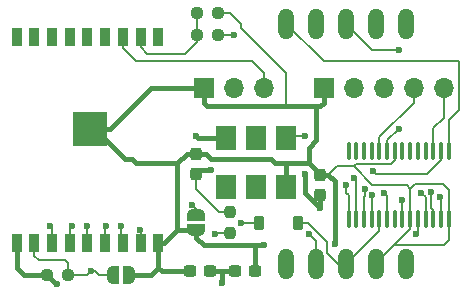
<source format=gtl>
G04 #@! TF.GenerationSoftware,KiCad,Pcbnew,8.0.4*
G04 #@! TF.CreationDate,2024-08-01T12:17:22+02:00*
G04 #@! TF.ProjectId,UPET-Wifi,55504554-2d57-4696-9669-2e6b69636164,rev?*
G04 #@! TF.SameCoordinates,Original*
G04 #@! TF.FileFunction,Copper,L1,Top*
G04 #@! TF.FilePolarity,Positive*
%FSLAX46Y46*%
G04 Gerber Fmt 4.6, Leading zero omitted, Abs format (unit mm)*
G04 Created by KiCad (PCBNEW 8.0.4) date 2024-08-01 12:17:22*
%MOMM*%
%LPD*%
G01*
G04 APERTURE LIST*
G04 Aperture macros list*
%AMRoundRect*
0 Rectangle with rounded corners*
0 $1 Rounding radius*
0 $2 $3 $4 $5 $6 $7 $8 $9 X,Y pos of 4 corners*
0 Add a 4 corners polygon primitive as box body*
4,1,4,$2,$3,$4,$5,$6,$7,$8,$9,$2,$3,0*
0 Add four circle primitives for the rounded corners*
1,1,$1+$1,$2,$3*
1,1,$1+$1,$4,$5*
1,1,$1+$1,$6,$7*
1,1,$1+$1,$8,$9*
0 Add four rect primitives between the rounded corners*
20,1,$1+$1,$2,$3,$4,$5,0*
20,1,$1+$1,$4,$5,$6,$7,0*
20,1,$1+$1,$6,$7,$8,$9,0*
20,1,$1+$1,$8,$9,$2,$3,0*%
%AMFreePoly0*
4,1,19,0.000000,0.744911,0.071157,0.744911,0.207708,0.704816,0.327430,0.627875,0.420627,0.520320,0.479746,0.390866,0.500000,0.250000,0.500000,-0.250000,0.479746,-0.390866,0.420627,-0.520320,0.327430,-0.627875,0.207708,-0.704816,0.071157,-0.744911,0.000000,-0.744911,0.000000,-0.750000,-0.500000,-0.750000,-0.500000,0.750000,0.000000,0.750000,0.000000,0.744911,0.000000,0.744911,
$1*%
%AMFreePoly1*
4,1,19,0.500000,-0.750000,0.000000,-0.750000,0.000000,-0.744911,-0.071157,-0.744911,-0.207708,-0.704816,-0.327430,-0.627875,-0.420627,-0.520320,-0.479746,-0.390866,-0.500000,-0.250000,-0.500000,0.250000,-0.479746,0.390866,-0.420627,0.520320,-0.327430,0.627875,-0.207708,0.704816,-0.071157,0.744911,0.000000,0.744911,0.000000,0.750000,0.500000,0.750000,0.500000,-0.750000,0.500000,-0.750000,
$1*%
G04 Aperture macros list end*
G04 #@! TA.AperFunction,SMDPad,CuDef*
%ADD10RoundRect,0.237500X-0.237500X0.250000X-0.237500X-0.250000X0.237500X-0.250000X0.237500X0.250000X0*%
G04 #@! TD*
G04 #@! TA.AperFunction,SMDPad,CuDef*
%ADD11R,0.900000X1.500000*%
G04 #@! TD*
G04 #@! TA.AperFunction,HeatsinkPad*
%ADD12C,0.600000*%
G04 #@! TD*
G04 #@! TA.AperFunction,SMDPad,CuDef*
%ADD13R,2.900000X2.900000*%
G04 #@! TD*
G04 #@! TA.AperFunction,ComponentPad*
%ADD14O,1.320800X2.641600*%
G04 #@! TD*
G04 #@! TA.AperFunction,SMDPad,CuDef*
%ADD15RoundRect,0.237500X-0.250000X-0.237500X0.250000X-0.237500X0.250000X0.237500X-0.250000X0.237500X0*%
G04 #@! TD*
G04 #@! TA.AperFunction,ComponentPad*
%ADD16R,1.700000X1.700000*%
G04 #@! TD*
G04 #@! TA.AperFunction,ComponentPad*
%ADD17O,1.700000X1.700000*%
G04 #@! TD*
G04 #@! TA.AperFunction,SMDPad,CuDef*
%ADD18RoundRect,0.225000X0.225000X0.375000X-0.225000X0.375000X-0.225000X-0.375000X0.225000X-0.375000X0*%
G04 #@! TD*
G04 #@! TA.AperFunction,SMDPad,CuDef*
%ADD19FreePoly0,180.000000*%
G04 #@! TD*
G04 #@! TA.AperFunction,SMDPad,CuDef*
%ADD20FreePoly1,180.000000*%
G04 #@! TD*
G04 #@! TA.AperFunction,SMDPad,CuDef*
%ADD21RoundRect,0.237500X0.237500X-0.300000X0.237500X0.300000X-0.237500X0.300000X-0.237500X-0.300000X0*%
G04 #@! TD*
G04 #@! TA.AperFunction,SMDPad,CuDef*
%ADD22RoundRect,0.237500X-0.300000X-0.237500X0.300000X-0.237500X0.300000X0.237500X-0.300000X0.237500X0*%
G04 #@! TD*
G04 #@! TA.AperFunction,SMDPad,CuDef*
%ADD23RoundRect,0.100000X0.100000X-0.637500X0.100000X0.637500X-0.100000X0.637500X-0.100000X-0.637500X0*%
G04 #@! TD*
G04 #@! TA.AperFunction,SMDPad,CuDef*
%ADD24RoundRect,0.237500X0.300000X0.237500X-0.300000X0.237500X-0.300000X-0.237500X0.300000X-0.237500X0*%
G04 #@! TD*
G04 #@! TA.AperFunction,SMDPad,CuDef*
%ADD25R,1.800000X2.000000*%
G04 #@! TD*
G04 #@! TA.AperFunction,SMDPad,CuDef*
%ADD26FreePoly1,90.000000*%
G04 #@! TD*
G04 #@! TA.AperFunction,SMDPad,CuDef*
%ADD27FreePoly0,90.000000*%
G04 #@! TD*
G04 #@! TA.AperFunction,ViaPad*
%ADD28C,0.600000*%
G04 #@! TD*
G04 #@! TA.AperFunction,Conductor*
%ADD29C,0.200000*%
G04 #@! TD*
G04 #@! TA.AperFunction,Conductor*
%ADD30C,0.400000*%
G04 #@! TD*
G04 APERTURE END LIST*
D10*
X136207500Y-101005000D03*
X136207500Y-102830000D03*
D11*
X118142500Y-103682500D03*
X119642500Y-103682500D03*
X121142500Y-103682500D03*
X122642500Y-103682500D03*
X124142500Y-103682500D03*
X125642500Y-103682500D03*
X127142500Y-103682500D03*
X128642500Y-103682500D03*
X130142500Y-103682500D03*
X130142500Y-86182500D03*
X128642500Y-86182500D03*
X127142500Y-86182500D03*
X125642500Y-86182500D03*
X124142500Y-86182500D03*
X122642500Y-86182500D03*
X121142500Y-86182500D03*
X119642500Y-86182500D03*
X118142500Y-86182500D03*
D12*
X123792500Y-95072500D03*
X124892500Y-95072500D03*
X123242500Y-94522500D03*
X124342500Y-94522500D03*
X125442500Y-94522500D03*
X123792500Y-93972500D03*
D13*
X124342500Y-93972500D03*
D12*
X124892500Y-93972500D03*
X123242500Y-93422500D03*
X124342500Y-93422500D03*
X125442500Y-93422500D03*
X123792500Y-92872500D03*
X124892500Y-92872500D03*
D14*
X151130000Y-85090000D03*
X148590000Y-85090000D03*
X146050000Y-85090000D03*
X143510000Y-85090000D03*
X140970000Y-85090000D03*
X140970000Y-105410000D03*
X143510000Y-105410000D03*
X146050000Y-105410000D03*
X148590000Y-105410000D03*
X151130000Y-105410000D03*
D15*
X133390000Y-84137500D03*
X135215000Y-84137500D03*
X133390000Y-86042500D03*
X135215000Y-86042500D03*
D16*
X144150000Y-90487500D03*
D17*
X146690000Y-90487500D03*
X149230000Y-90487500D03*
X151770000Y-90487500D03*
X154310000Y-90487500D03*
D16*
X133985000Y-90487500D03*
D17*
X136525000Y-90487500D03*
X139065000Y-90487500D03*
D18*
X141985000Y-101917500D03*
X138685000Y-101917500D03*
D19*
X126350000Y-106362500D03*
D20*
X127650000Y-106362500D03*
D15*
X122515000Y-106362500D03*
X120690000Y-106362500D03*
D21*
X143827500Y-99605000D03*
X143827500Y-97880000D03*
D22*
X136615000Y-106045000D03*
X138340000Y-106045000D03*
D23*
X146270000Y-101605000D03*
X146920000Y-101605000D03*
X147570000Y-101605000D03*
X148220000Y-101605000D03*
X148870000Y-101605000D03*
X149520000Y-101605000D03*
X150170000Y-101605000D03*
X150820000Y-101605000D03*
X151470000Y-101605000D03*
X152120000Y-101605000D03*
X152770000Y-101605000D03*
X153420000Y-101605000D03*
X154070000Y-101605000D03*
X154720000Y-101605000D03*
X154720000Y-95880000D03*
X154070000Y-95880000D03*
X153420000Y-95880000D03*
X152770000Y-95880000D03*
X152120000Y-95880000D03*
X151470000Y-95880000D03*
X150820000Y-95880000D03*
X150170000Y-95880000D03*
X149520000Y-95880000D03*
X148870000Y-95880000D03*
X148220000Y-95880000D03*
X147570000Y-95880000D03*
X146920000Y-95880000D03*
X146270000Y-95880000D03*
D24*
X134530000Y-106045000D03*
X132805000Y-106045000D03*
D25*
X135890000Y-98937500D03*
X138430000Y-98937500D03*
X140970000Y-98937500D03*
X140970000Y-94737500D03*
X138430000Y-94737500D03*
X135890000Y-94737500D03*
D26*
X133350000Y-102567500D03*
D27*
X133350000Y-101267500D03*
D21*
X133350000Y-97790000D03*
X133350000Y-96065000D03*
D28*
X134937500Y-102870000D03*
X127000000Y-102235000D03*
X142557500Y-97790000D03*
X149225000Y-99377500D03*
X142557500Y-94615000D03*
X148351060Y-97584320D03*
X150495000Y-93980000D03*
X133350000Y-94615000D03*
X134620000Y-97472500D03*
X152400000Y-99377500D03*
X150495000Y-87312500D03*
X153229219Y-99309106D03*
X153972500Y-99721462D03*
X145097500Y-103689200D03*
X136525000Y-86042500D03*
X143827500Y-100647500D03*
X150812500Y-100012500D03*
X142875000Y-102870000D03*
X151967500Y-102855000D03*
X124460000Y-106045000D03*
X137160000Y-101917500D03*
X120967500Y-102235000D03*
X146685000Y-98107500D03*
X146050000Y-98742500D03*
X122872500Y-102235000D03*
X147637500Y-99060000D03*
X124142500Y-102235000D03*
X148254590Y-99580000D03*
X125730000Y-102235000D03*
X128587500Y-102552500D03*
X133032500Y-100427500D03*
X139065000Y-103822500D03*
X135572500Y-106997500D03*
X121602500Y-107150000D03*
D29*
X142841739Y-101917500D02*
X142858369Y-101934131D01*
X142858369Y-101934131D02*
X144447500Y-103523261D01*
X141985000Y-101917500D02*
X142841738Y-101917500D01*
X142841738Y-101917500D02*
X142858369Y-101934131D01*
X137160000Y-101917500D02*
X138685000Y-101917500D01*
X136207500Y-102830000D02*
X134977500Y-102830000D01*
X134977500Y-102830000D02*
X134937500Y-102870000D01*
X127000000Y-102235000D02*
X127000000Y-103540000D01*
X127000000Y-103540000D02*
X127142500Y-103682500D01*
X136207500Y-101005000D02*
X135295000Y-101005000D01*
X135295000Y-101005000D02*
X133350000Y-99060000D01*
X133350000Y-99060000D02*
X133350000Y-97790000D01*
D30*
X133350000Y-102567500D02*
X133350000Y-103187500D01*
X133350000Y-103187500D02*
X133985000Y-103822500D01*
X133985000Y-103822500D02*
X138430000Y-103822500D01*
D29*
X135215000Y-84137500D02*
X136207500Y-84137500D01*
X136207500Y-84137500D02*
X137160000Y-85090000D01*
X137160000Y-85407500D02*
X140970000Y-89217500D01*
X137160000Y-85090000D02*
X137160000Y-85407500D01*
D30*
X134302500Y-92075000D02*
X140970000Y-92075000D01*
X140970000Y-92075000D02*
X143510000Y-92075000D01*
D29*
X140970000Y-89217500D02*
X140970000Y-92075000D01*
D30*
X124342500Y-93972500D02*
X126055000Y-93972500D01*
X126055000Y-93972500D02*
X129540000Y-90487500D01*
X129540000Y-90487500D02*
X133985000Y-90487500D01*
X124342500Y-93972500D02*
X124770000Y-93972500D01*
X124770000Y-93972500D02*
X127317500Y-96520000D01*
X127317500Y-96520000D02*
X127952500Y-96520000D01*
X127952500Y-96520000D02*
X128270000Y-96837500D01*
X128270000Y-96837500D02*
X131762500Y-96837500D01*
X142557500Y-97790000D02*
X142557500Y-99377500D01*
X142557500Y-99377500D02*
X143827500Y-100647500D01*
D29*
X149520000Y-99672500D02*
X149225000Y-99377500D01*
X152882499Y-97805000D02*
X148571740Y-97805000D01*
X149520000Y-101605000D02*
X149520000Y-99672500D01*
X154070000Y-96617499D02*
X152882499Y-97805000D01*
X148571740Y-97805000D02*
X148351060Y-97584320D01*
X148269430Y-98727500D02*
X146685000Y-97143070D01*
X150170000Y-96617499D02*
X149853179Y-96934320D01*
X154070000Y-95880000D02*
X154070000Y-96617499D01*
X151470000Y-99037500D02*
X151160000Y-98727500D01*
X150170000Y-95880000D02*
X150170000Y-96617499D01*
X146893750Y-96934320D02*
X146685000Y-97143070D01*
X149853179Y-96934320D02*
X146893750Y-96934320D01*
X151160000Y-98727500D02*
X148269430Y-98727500D01*
X142557500Y-94615000D02*
X141092500Y-94615000D01*
X141092500Y-94615000D02*
X140970000Y-94737500D01*
X146685000Y-97143070D02*
X145289430Y-97143070D01*
X145289430Y-97143070D02*
X144552500Y-97880000D01*
X151470000Y-102433261D02*
X150129130Y-103774130D01*
X154353370Y-103774130D02*
X150129130Y-103774130D01*
X152120000Y-101605000D02*
X152120000Y-102702500D01*
X152120000Y-102702500D02*
X151967500Y-102855000D01*
X150129130Y-103774130D02*
X148590000Y-105313261D01*
X154720000Y-101605000D02*
X154720000Y-103407500D01*
X148590000Y-105313261D02*
X148590000Y-105410000D01*
X151470000Y-101605000D02*
X151470000Y-102433261D01*
X154720000Y-103407500D02*
X154353370Y-103774130D01*
X151848394Y-98659106D02*
X154221606Y-98659106D01*
X154221606Y-98659106D02*
X154720000Y-99157500D01*
X154070000Y-101605000D02*
X154070000Y-99818962D01*
X154720000Y-99157500D02*
X154720000Y-101605000D01*
X154070000Y-99818962D02*
X153972500Y-99721462D01*
X153420000Y-101605000D02*
X153420000Y-100867501D01*
X153229219Y-100676720D02*
X153229219Y-99309106D01*
X153420000Y-100867501D02*
X153229219Y-100676720D01*
X151470000Y-101605000D02*
X151470000Y-99037500D01*
X151470000Y-99037500D02*
X151848394Y-98659106D01*
X154720000Y-95880000D02*
X154720000Y-93247500D01*
X154720000Y-93247500D02*
X155575000Y-92392500D01*
X155575000Y-88265000D02*
X144145000Y-88265000D01*
X155575000Y-92392500D02*
X155575000Y-88265000D01*
X144145000Y-88265000D02*
X140970000Y-85090000D01*
X149520000Y-94955000D02*
X150495000Y-93980000D01*
X149520000Y-95880000D02*
X149520000Y-94955000D01*
X148870000Y-95880000D02*
X148870000Y-94652500D01*
X148870000Y-94652500D02*
X151770000Y-91752500D01*
X151770000Y-91752500D02*
X151770000Y-90487500D01*
D30*
X135890000Y-94737500D02*
X133472500Y-94737500D01*
X133472500Y-94737500D02*
X133350000Y-94615000D01*
X133667500Y-97472500D02*
X133350000Y-97790000D01*
X134620000Y-97472500D02*
X133667500Y-97472500D01*
D29*
X152770000Y-101605000D02*
X152770000Y-99747500D01*
X152770000Y-99747500D02*
X152400000Y-99377500D01*
X150495000Y-87312500D02*
X148272500Y-87312500D01*
X148272500Y-87312500D02*
X146050000Y-85090000D01*
X153420000Y-95880000D02*
X153420000Y-93912500D01*
X154310000Y-93022500D02*
X154310000Y-90487500D01*
X153420000Y-93912500D02*
X154310000Y-93022500D01*
X144447500Y-103523261D02*
X144447500Y-104467900D01*
D30*
X144552500Y-97880000D02*
X145097500Y-98425000D01*
D29*
X144447500Y-104467900D02*
X145389600Y-105410000D01*
D30*
X145097500Y-98425000D02*
X145097500Y-103689200D01*
X143827500Y-97880000D02*
X144552500Y-97880000D01*
D29*
X145389600Y-105410000D02*
X146050000Y-105410000D01*
D30*
X142875000Y-96837500D02*
X142875000Y-95567500D01*
X142875000Y-95567500D02*
X143510000Y-94932500D01*
X143510000Y-92075000D02*
X143827500Y-92075000D01*
X143510000Y-94932500D02*
X143510000Y-92075000D01*
X133985000Y-90487500D02*
X133985000Y-91757500D01*
X143827500Y-92075000D02*
X144150000Y-91752500D01*
X133985000Y-91757500D02*
X134302500Y-92075000D01*
X144150000Y-91752500D02*
X144150000Y-90487500D01*
D29*
X135215000Y-86042500D02*
X136525000Y-86042500D01*
X133390000Y-86042500D02*
X133390000Y-84137500D01*
X128642500Y-86182500D02*
X128642500Y-87050000D01*
X128642500Y-87050000D02*
X129222500Y-87630000D01*
X129222500Y-87630000D02*
X132397500Y-87630000D01*
X132397500Y-87630000D02*
X133390000Y-86637500D01*
X133390000Y-86637500D02*
X133390000Y-86042500D01*
X127142500Y-86182500D02*
X127142500Y-87137500D01*
X127142500Y-87137500D02*
X128270000Y-88265000D01*
X128270000Y-88265000D02*
X138112500Y-88265000D01*
X138112500Y-88265000D02*
X139065000Y-89217500D01*
X139065000Y-89217500D02*
X139065000Y-90487500D01*
X150820000Y-101605000D02*
X150820000Y-100020000D01*
X150820000Y-100020000D02*
X150812500Y-100012500D01*
X148220000Y-99614590D02*
X148254590Y-99580000D01*
X148220000Y-101605000D02*
X148220000Y-99614590D01*
D30*
X143827500Y-100647500D02*
X143827500Y-99605000D01*
D29*
X143510000Y-105410000D02*
X143510000Y-103505000D01*
X143510000Y-103505000D02*
X142875000Y-102870000D01*
X148870000Y-101605000D02*
X148870000Y-102590000D01*
X148870000Y-102590000D02*
X146050000Y-105410000D01*
X119642500Y-103682500D02*
X119642500Y-104720000D01*
X122237500Y-105092500D02*
X122515000Y-105370000D01*
X119642500Y-104720000D02*
X120015000Y-105092500D01*
X120015000Y-105092500D02*
X122237500Y-105092500D01*
X122515000Y-105370000D02*
X122515000Y-106362500D01*
X122515000Y-106362500D02*
X124142500Y-106362500D01*
X124142500Y-106362500D02*
X124460000Y-106045000D01*
X124460000Y-106045000D02*
X124777500Y-106045000D01*
X124777500Y-106045000D02*
X125095000Y-106362500D01*
X125095000Y-106362500D02*
X126350000Y-106362500D01*
X121142500Y-103682500D02*
X121142500Y-102410000D01*
X121142500Y-102410000D02*
X120967500Y-102235000D01*
X146920000Y-98342500D02*
X146920000Y-101605000D01*
X146685000Y-98107500D02*
X146920000Y-98342500D01*
X122642500Y-103682500D02*
X122642500Y-102465000D01*
X122642500Y-102465000D02*
X122872500Y-102235000D01*
X146050000Y-99377500D02*
X146270000Y-99597500D01*
X146050000Y-98742500D02*
X146050000Y-99377500D01*
X146270000Y-99597500D02*
X146270000Y-101605000D01*
X133350000Y-101267500D02*
X133350000Y-100745000D01*
X147637500Y-99695000D02*
X147570000Y-99762500D01*
X147637500Y-99060000D02*
X147637500Y-99695000D01*
X133350000Y-100745000D02*
X133032500Y-100427500D01*
X124142500Y-103682500D02*
X124142500Y-102235000D01*
X147570000Y-99762500D02*
X147570000Y-101605000D01*
X125642500Y-103682500D02*
X125642500Y-102322500D01*
X125642500Y-102322500D02*
X125730000Y-102235000D01*
X128642500Y-103682500D02*
X128642500Y-102607500D01*
X128642500Y-102607500D02*
X128587500Y-102552500D01*
D30*
X140970000Y-98937500D02*
X140970000Y-96837500D01*
X140970000Y-96837500D02*
X140652500Y-96837500D01*
X143827500Y-97880000D02*
X143827500Y-97790000D01*
X143827500Y-97790000D02*
X142875000Y-96837500D01*
X142875000Y-96837500D02*
X140652500Y-96837500D01*
X139700000Y-96520000D02*
X134620000Y-96520000D01*
X140652500Y-96837500D02*
X140017500Y-96837500D01*
X140017500Y-96837500D02*
X139700000Y-96520000D01*
X134620000Y-96520000D02*
X134165000Y-96065000D01*
X134165000Y-96065000D02*
X133350000Y-96065000D01*
X133350000Y-96065000D02*
X132535000Y-96065000D01*
X132535000Y-96065000D02*
X131762500Y-96837500D01*
X131762500Y-96837500D02*
X131762500Y-102552500D01*
X131762500Y-102552500D02*
X130632500Y-103682500D01*
X130632500Y-103682500D02*
X130142500Y-103682500D01*
X138430000Y-103822500D02*
X139065000Y-103822500D01*
X138430000Y-103822500D02*
X138340000Y-103912500D01*
X138340000Y-103912500D02*
X138340000Y-106045000D01*
X132805000Y-106045000D02*
X130427500Y-106045000D01*
X130427500Y-106045000D02*
X130142500Y-105760000D01*
X127650000Y-106362500D02*
X129540000Y-106362500D01*
X129540000Y-106362500D02*
X130142500Y-105760000D01*
X130142500Y-105760000D02*
X130142500Y-103682500D01*
X131762500Y-102552500D02*
X131777500Y-102567500D01*
X131777500Y-102567500D02*
X133350000Y-102567500D01*
X118142500Y-103682500D02*
X118142500Y-105760000D01*
X118142500Y-105760000D02*
X118745000Y-106362500D01*
X118745000Y-106362500D02*
X120690000Y-106362500D01*
X135572500Y-106045000D02*
X136615000Y-106045000D01*
X134530000Y-106045000D02*
X135572500Y-106045000D01*
X135572500Y-106045000D02*
X135572500Y-106997500D01*
X121477500Y-107150000D02*
X120690000Y-106362500D01*
X121602500Y-107150000D02*
X121477500Y-107150000D01*
D29*
X120690000Y-106362500D02*
X120690000Y-106720000D01*
M02*

</source>
